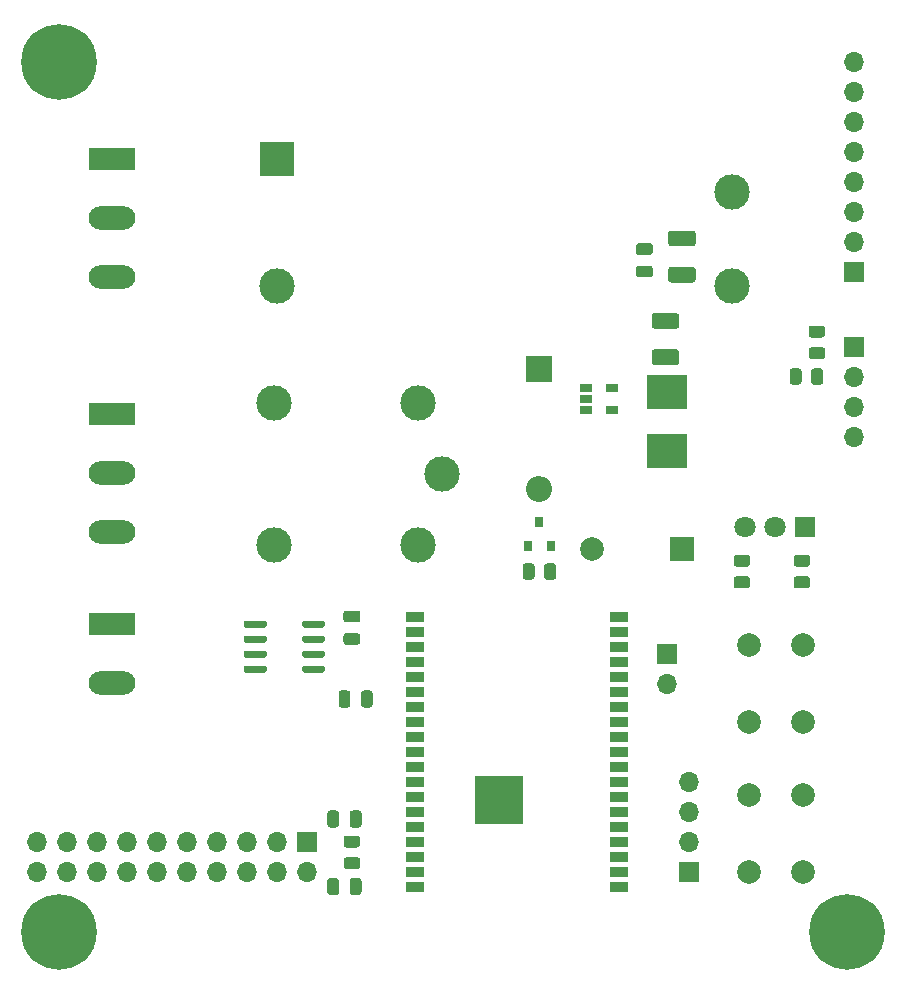
<source format=gbr>
%TF.GenerationSoftware,KiCad,Pcbnew,5.99.0+really5.1.9+dfsg1-1*%
%TF.CreationDate,2021-04-26T12:50:51+03:00*%
%TF.ProjectId,accessController,61636365-7373-4436-9f6e-74726f6c6c65,rev?*%
%TF.SameCoordinates,Original*%
%TF.FileFunction,Soldermask,Bot*%
%TF.FilePolarity,Negative*%
%FSLAX46Y46*%
G04 Gerber Fmt 4.6, Leading zero omitted, Abs format (unit mm)*
G04 Created by KiCad (PCBNEW 5.99.0+really5.1.9+dfsg1-1) date 2021-04-26 12:50:51*
%MOMM*%
%LPD*%
G01*
G04 APERTURE LIST*
%ADD10C,6.400000*%
%ADD11R,2.000000X2.000000*%
%ADD12C,2.000000*%
%ADD13R,2.200000X2.200000*%
%ADD14O,2.200000X2.200000*%
%ADD15R,1.800000X1.800000*%
%ADD16C,1.800000*%
%ADD17R,3.960000X1.980000*%
%ADD18O,3.960000X1.980000*%
%ADD19R,3.500000X3.000000*%
%ADD20C,3.000000*%
%ADD21R,3.000000X3.000000*%
%ADD22R,0.800000X0.900000*%
%ADD23R,1.060000X0.650000*%
%ADD24R,4.100000X4.100000*%
%ADD25R,1.500000X0.900000*%
%ADD26R,1.700000X1.700000*%
%ADD27O,1.700000X1.700000*%
G04 APERTURE END LIST*
D10*
%TO.C,REF\u002A\u002A*%
X152400000Y-123825000D03*
%TD*%
%TO.C,REF\u002A\u002A*%
X85725000Y-123825000D03*
%TD*%
%TO.C,REF\u002A\u002A*%
X85725000Y-50165000D03*
%TD*%
D11*
%TO.C,BZ1*%
X138430000Y-91440000D03*
D12*
X130830000Y-91440000D03*
%TD*%
%TO.C,C1*%
G36*
G01*
X110965000Y-97655000D02*
X110015000Y-97655000D01*
G75*
G02*
X109765000Y-97405000I0J250000D01*
G01*
X109765000Y-96905000D01*
G75*
G02*
X110015000Y-96655000I250000J0D01*
G01*
X110965000Y-96655000D01*
G75*
G02*
X111215000Y-96905000I0J-250000D01*
G01*
X111215000Y-97405000D01*
G75*
G02*
X110965000Y-97655000I-250000J0D01*
G01*
G37*
G36*
G01*
X110965000Y-99555000D02*
X110015000Y-99555000D01*
G75*
G02*
X109765000Y-99305000I0J250000D01*
G01*
X109765000Y-98805000D01*
G75*
G02*
X110015000Y-98555000I250000J0D01*
G01*
X110965000Y-98555000D01*
G75*
G02*
X111215000Y-98805000I0J-250000D01*
G01*
X111215000Y-99305000D01*
G75*
G02*
X110965000Y-99555000I-250000J0D01*
G01*
G37*
%TD*%
%TO.C,C2*%
G36*
G01*
X109360000Y-104615000D02*
X109360000Y-103665000D01*
G75*
G02*
X109610000Y-103415000I250000J0D01*
G01*
X110110000Y-103415000D01*
G75*
G02*
X110360000Y-103665000I0J-250000D01*
G01*
X110360000Y-104615000D01*
G75*
G02*
X110110000Y-104865000I-250000J0D01*
G01*
X109610000Y-104865000D01*
G75*
G02*
X109360000Y-104615000I0J250000D01*
G01*
G37*
G36*
G01*
X111260000Y-104615000D02*
X111260000Y-103665000D01*
G75*
G02*
X111510000Y-103415000I250000J0D01*
G01*
X112010000Y-103415000D01*
G75*
G02*
X112260000Y-103665000I0J-250000D01*
G01*
X112260000Y-104615000D01*
G75*
G02*
X112010000Y-104865000I-250000J0D01*
G01*
X111510000Y-104865000D01*
G75*
G02*
X111260000Y-104615000I0J250000D01*
G01*
G37*
%TD*%
%TO.C,C3*%
G36*
G01*
X137504999Y-64475000D02*
X139355001Y-64475000D01*
G75*
G02*
X139605000Y-64724999I0J-249999D01*
G01*
X139605000Y-65550001D01*
G75*
G02*
X139355001Y-65800000I-249999J0D01*
G01*
X137504999Y-65800000D01*
G75*
G02*
X137255000Y-65550001I0J249999D01*
G01*
X137255000Y-64724999D01*
G75*
G02*
X137504999Y-64475000I249999J0D01*
G01*
G37*
G36*
G01*
X137504999Y-67550000D02*
X139355001Y-67550000D01*
G75*
G02*
X139605000Y-67799999I0J-249999D01*
G01*
X139605000Y-68625001D01*
G75*
G02*
X139355001Y-68875000I-249999J0D01*
G01*
X137504999Y-68875000D01*
G75*
G02*
X137255000Y-68625001I0J249999D01*
G01*
X137255000Y-67799999D01*
G75*
G02*
X137504999Y-67550000I249999J0D01*
G01*
G37*
%TD*%
%TO.C,C4*%
G36*
G01*
X134780000Y-65545000D02*
X135730000Y-65545000D01*
G75*
G02*
X135980000Y-65795000I0J-250000D01*
G01*
X135980000Y-66295000D01*
G75*
G02*
X135730000Y-66545000I-250000J0D01*
G01*
X134780000Y-66545000D01*
G75*
G02*
X134530000Y-66295000I0J250000D01*
G01*
X134530000Y-65795000D01*
G75*
G02*
X134780000Y-65545000I250000J0D01*
G01*
G37*
G36*
G01*
X134780000Y-67445000D02*
X135730000Y-67445000D01*
G75*
G02*
X135980000Y-67695000I0J-250000D01*
G01*
X135980000Y-68195000D01*
G75*
G02*
X135730000Y-68445000I-250000J0D01*
G01*
X134780000Y-68445000D01*
G75*
G02*
X134530000Y-68195000I0J250000D01*
G01*
X134530000Y-67695000D01*
G75*
G02*
X134780000Y-67445000I250000J0D01*
G01*
G37*
%TD*%
%TO.C,C5*%
G36*
G01*
X111305000Y-113825000D02*
X111305000Y-114775000D01*
G75*
G02*
X111055000Y-115025000I-250000J0D01*
G01*
X110555000Y-115025000D01*
G75*
G02*
X110305000Y-114775000I0J250000D01*
G01*
X110305000Y-113825000D01*
G75*
G02*
X110555000Y-113575000I250000J0D01*
G01*
X111055000Y-113575000D01*
G75*
G02*
X111305000Y-113825000I0J-250000D01*
G01*
G37*
G36*
G01*
X109405000Y-113825000D02*
X109405000Y-114775000D01*
G75*
G02*
X109155000Y-115025000I-250000J0D01*
G01*
X108655000Y-115025000D01*
G75*
G02*
X108405000Y-114775000I0J250000D01*
G01*
X108405000Y-113825000D01*
G75*
G02*
X108655000Y-113575000I250000J0D01*
G01*
X109155000Y-113575000D01*
G75*
G02*
X109405000Y-113825000I0J-250000D01*
G01*
G37*
%TD*%
%TO.C,C6*%
G36*
G01*
X137958001Y-72785000D02*
X136107999Y-72785000D01*
G75*
G02*
X135858000Y-72535001I0J249999D01*
G01*
X135858000Y-71709999D01*
G75*
G02*
X136107999Y-71460000I249999J0D01*
G01*
X137958001Y-71460000D01*
G75*
G02*
X138208000Y-71709999I0J-249999D01*
G01*
X138208000Y-72535001D01*
G75*
G02*
X137958001Y-72785000I-249999J0D01*
G01*
G37*
G36*
G01*
X137958001Y-75860000D02*
X136107999Y-75860000D01*
G75*
G02*
X135858000Y-75610001I0J249999D01*
G01*
X135858000Y-74784999D01*
G75*
G02*
X136107999Y-74535000I249999J0D01*
G01*
X137958001Y-74535000D01*
G75*
G02*
X138208000Y-74784999I0J-249999D01*
G01*
X138208000Y-75610001D01*
G75*
G02*
X137958001Y-75860000I-249999J0D01*
G01*
G37*
%TD*%
%TO.C,C7*%
G36*
G01*
X109405000Y-119540000D02*
X109405000Y-120490000D01*
G75*
G02*
X109155000Y-120740000I-250000J0D01*
G01*
X108655000Y-120740000D01*
G75*
G02*
X108405000Y-120490000I0J250000D01*
G01*
X108405000Y-119540000D01*
G75*
G02*
X108655000Y-119290000I250000J0D01*
G01*
X109155000Y-119290000D01*
G75*
G02*
X109405000Y-119540000I0J-250000D01*
G01*
G37*
G36*
G01*
X111305000Y-119540000D02*
X111305000Y-120490000D01*
G75*
G02*
X111055000Y-120740000I-250000J0D01*
G01*
X110555000Y-120740000D01*
G75*
G02*
X110305000Y-120490000I0J250000D01*
G01*
X110305000Y-119540000D01*
G75*
G02*
X110555000Y-119290000I250000J0D01*
G01*
X111055000Y-119290000D01*
G75*
G02*
X111305000Y-119540000I0J-250000D01*
G01*
G37*
%TD*%
D13*
%TO.C,D1*%
X126365000Y-76200000D03*
D14*
X126365000Y-86360000D03*
%TD*%
D15*
%TO.C,D2*%
X148844000Y-89535000D03*
D16*
X146304000Y-89535000D03*
X143764000Y-89535000D03*
%TD*%
D17*
%TO.C,J1*%
X90170000Y-58420000D03*
D18*
X90170000Y-63420000D03*
X90170000Y-68420000D03*
%TD*%
%TO.C,J2*%
X90170000Y-90010000D03*
X90170000Y-85010000D03*
D17*
X90170000Y-80010000D03*
%TD*%
%TO.C,J3*%
X90170000Y-97790000D03*
D18*
X90170000Y-102790000D03*
%TD*%
D19*
%TO.C,L1*%
X137160000Y-83145000D03*
X137160000Y-78145000D03*
%TD*%
D20*
%TO.C,PS1*%
X142640000Y-69170000D03*
X104140000Y-69170000D03*
X142640000Y-61170000D03*
D21*
X104140000Y-58420000D03*
%TD*%
D22*
%TO.C,Q1*%
X127315000Y-91170000D03*
X125415000Y-91170000D03*
X126365000Y-89170000D03*
%TD*%
%TO.C,R1*%
G36*
G01*
X125965000Y-92894999D02*
X125965000Y-93795001D01*
G75*
G02*
X125715001Y-94045000I-249999J0D01*
G01*
X125189999Y-94045000D01*
G75*
G02*
X124940000Y-93795001I0J249999D01*
G01*
X124940000Y-92894999D01*
G75*
G02*
X125189999Y-92645000I249999J0D01*
G01*
X125715001Y-92645000D01*
G75*
G02*
X125965000Y-92894999I0J-249999D01*
G01*
G37*
G36*
G01*
X127790000Y-92894999D02*
X127790000Y-93795001D01*
G75*
G02*
X127540001Y-94045000I-249999J0D01*
G01*
X127014999Y-94045000D01*
G75*
G02*
X126765000Y-93795001I0J249999D01*
G01*
X126765000Y-92894999D01*
G75*
G02*
X127014999Y-92645000I249999J0D01*
G01*
X127540001Y-92645000D01*
G75*
G02*
X127790000Y-92894999I0J-249999D01*
G01*
G37*
%TD*%
%TO.C,R2*%
G36*
G01*
X110940001Y-118542500D02*
X110039999Y-118542500D01*
G75*
G02*
X109790000Y-118292501I0J249999D01*
G01*
X109790000Y-117767499D01*
G75*
G02*
X110039999Y-117517500I249999J0D01*
G01*
X110940001Y-117517500D01*
G75*
G02*
X111190000Y-117767499I0J-249999D01*
G01*
X111190000Y-118292501D01*
G75*
G02*
X110940001Y-118542500I-249999J0D01*
G01*
G37*
G36*
G01*
X110940001Y-116717500D02*
X110039999Y-116717500D01*
G75*
G02*
X109790000Y-116467501I0J249999D01*
G01*
X109790000Y-115942499D01*
G75*
G02*
X110039999Y-115692500I249999J0D01*
G01*
X110940001Y-115692500D01*
G75*
G02*
X111190000Y-115942499I0J-249999D01*
G01*
X111190000Y-116467501D01*
G75*
G02*
X110940001Y-116717500I-249999J0D01*
G01*
G37*
%TD*%
%TO.C,R3*%
G36*
G01*
X148139999Y-91920000D02*
X149040001Y-91920000D01*
G75*
G02*
X149290000Y-92169999I0J-249999D01*
G01*
X149290000Y-92695001D01*
G75*
G02*
X149040001Y-92945000I-249999J0D01*
G01*
X148139999Y-92945000D01*
G75*
G02*
X147890000Y-92695001I0J249999D01*
G01*
X147890000Y-92169999D01*
G75*
G02*
X148139999Y-91920000I249999J0D01*
G01*
G37*
G36*
G01*
X148139999Y-93745000D02*
X149040001Y-93745000D01*
G75*
G02*
X149290000Y-93994999I0J-249999D01*
G01*
X149290000Y-94520001D01*
G75*
G02*
X149040001Y-94770000I-249999J0D01*
G01*
X148139999Y-94770000D01*
G75*
G02*
X147890000Y-94520001I0J249999D01*
G01*
X147890000Y-93994999D01*
G75*
G02*
X148139999Y-93745000I249999J0D01*
G01*
G37*
%TD*%
%TO.C,R4*%
G36*
G01*
X143059999Y-93745000D02*
X143960001Y-93745000D01*
G75*
G02*
X144210000Y-93994999I0J-249999D01*
G01*
X144210000Y-94520001D01*
G75*
G02*
X143960001Y-94770000I-249999J0D01*
G01*
X143059999Y-94770000D01*
G75*
G02*
X142810000Y-94520001I0J249999D01*
G01*
X142810000Y-93994999D01*
G75*
G02*
X143059999Y-93745000I249999J0D01*
G01*
G37*
G36*
G01*
X143059999Y-91920000D02*
X143960001Y-91920000D01*
G75*
G02*
X144210000Y-92169999I0J-249999D01*
G01*
X144210000Y-92695001D01*
G75*
G02*
X143960001Y-92945000I-249999J0D01*
G01*
X143059999Y-92945000D01*
G75*
G02*
X142810000Y-92695001I0J249999D01*
G01*
X142810000Y-92169999D01*
G75*
G02*
X143059999Y-91920000I249999J0D01*
G01*
G37*
%TD*%
%TO.C,R5*%
G36*
G01*
X150310001Y-73537500D02*
X149409999Y-73537500D01*
G75*
G02*
X149160000Y-73287501I0J249999D01*
G01*
X149160000Y-72762499D01*
G75*
G02*
X149409999Y-72512500I249999J0D01*
G01*
X150310001Y-72512500D01*
G75*
G02*
X150560000Y-72762499I0J-249999D01*
G01*
X150560000Y-73287501D01*
G75*
G02*
X150310001Y-73537500I-249999J0D01*
G01*
G37*
G36*
G01*
X150310001Y-75362500D02*
X149409999Y-75362500D01*
G75*
G02*
X149160000Y-75112501I0J249999D01*
G01*
X149160000Y-74587499D01*
G75*
G02*
X149409999Y-74337500I249999J0D01*
G01*
X150310001Y-74337500D01*
G75*
G02*
X150560000Y-74587499I0J-249999D01*
G01*
X150560000Y-75112501D01*
G75*
G02*
X150310001Y-75362500I-249999J0D01*
G01*
G37*
%TD*%
%TO.C,R6*%
G36*
G01*
X150396000Y-76384999D02*
X150396000Y-77285001D01*
G75*
G02*
X150146001Y-77535000I-249999J0D01*
G01*
X149620999Y-77535000D01*
G75*
G02*
X149371000Y-77285001I0J249999D01*
G01*
X149371000Y-76384999D01*
G75*
G02*
X149620999Y-76135000I249999J0D01*
G01*
X150146001Y-76135000D01*
G75*
G02*
X150396000Y-76384999I0J-249999D01*
G01*
G37*
G36*
G01*
X148571000Y-76384999D02*
X148571000Y-77285001D01*
G75*
G02*
X148321001Y-77535000I-249999J0D01*
G01*
X147795999Y-77535000D01*
G75*
G02*
X147546000Y-77285001I0J249999D01*
G01*
X147546000Y-76384999D01*
G75*
G02*
X147795999Y-76135000I249999J0D01*
G01*
X148321001Y-76135000D01*
G75*
G02*
X148571000Y-76384999I0J-249999D01*
G01*
G37*
%TD*%
D12*
%TO.C,SW1*%
X144145000Y-112245000D03*
X148645000Y-112245000D03*
X144145000Y-118745000D03*
X148645000Y-118745000D03*
%TD*%
%TO.C,SW2*%
X148645000Y-106045000D03*
X144145000Y-106045000D03*
X148645000Y-99545000D03*
X144145000Y-99545000D03*
%TD*%
%TO.C,U1*%
G36*
G01*
X101325000Y-101750000D02*
X101325000Y-101450000D01*
G75*
G02*
X101475000Y-101300000I150000J0D01*
G01*
X103125000Y-101300000D01*
G75*
G02*
X103275000Y-101450000I0J-150000D01*
G01*
X103275000Y-101750000D01*
G75*
G02*
X103125000Y-101900000I-150000J0D01*
G01*
X101475000Y-101900000D01*
G75*
G02*
X101325000Y-101750000I0J150000D01*
G01*
G37*
G36*
G01*
X101325000Y-100480000D02*
X101325000Y-100180000D01*
G75*
G02*
X101475000Y-100030000I150000J0D01*
G01*
X103125000Y-100030000D01*
G75*
G02*
X103275000Y-100180000I0J-150000D01*
G01*
X103275000Y-100480000D01*
G75*
G02*
X103125000Y-100630000I-150000J0D01*
G01*
X101475000Y-100630000D01*
G75*
G02*
X101325000Y-100480000I0J150000D01*
G01*
G37*
G36*
G01*
X101325000Y-99210000D02*
X101325000Y-98910000D01*
G75*
G02*
X101475000Y-98760000I150000J0D01*
G01*
X103125000Y-98760000D01*
G75*
G02*
X103275000Y-98910000I0J-150000D01*
G01*
X103275000Y-99210000D01*
G75*
G02*
X103125000Y-99360000I-150000J0D01*
G01*
X101475000Y-99360000D01*
G75*
G02*
X101325000Y-99210000I0J150000D01*
G01*
G37*
G36*
G01*
X101325000Y-97940000D02*
X101325000Y-97640000D01*
G75*
G02*
X101475000Y-97490000I150000J0D01*
G01*
X103125000Y-97490000D01*
G75*
G02*
X103275000Y-97640000I0J-150000D01*
G01*
X103275000Y-97940000D01*
G75*
G02*
X103125000Y-98090000I-150000J0D01*
G01*
X101475000Y-98090000D01*
G75*
G02*
X101325000Y-97940000I0J150000D01*
G01*
G37*
G36*
G01*
X106275000Y-97940000D02*
X106275000Y-97640000D01*
G75*
G02*
X106425000Y-97490000I150000J0D01*
G01*
X108075000Y-97490000D01*
G75*
G02*
X108225000Y-97640000I0J-150000D01*
G01*
X108225000Y-97940000D01*
G75*
G02*
X108075000Y-98090000I-150000J0D01*
G01*
X106425000Y-98090000D01*
G75*
G02*
X106275000Y-97940000I0J150000D01*
G01*
G37*
G36*
G01*
X106275000Y-99210000D02*
X106275000Y-98910000D01*
G75*
G02*
X106425000Y-98760000I150000J0D01*
G01*
X108075000Y-98760000D01*
G75*
G02*
X108225000Y-98910000I0J-150000D01*
G01*
X108225000Y-99210000D01*
G75*
G02*
X108075000Y-99360000I-150000J0D01*
G01*
X106425000Y-99360000D01*
G75*
G02*
X106275000Y-99210000I0J150000D01*
G01*
G37*
G36*
G01*
X106275000Y-100480000D02*
X106275000Y-100180000D01*
G75*
G02*
X106425000Y-100030000I150000J0D01*
G01*
X108075000Y-100030000D01*
G75*
G02*
X108225000Y-100180000I0J-150000D01*
G01*
X108225000Y-100480000D01*
G75*
G02*
X108075000Y-100630000I-150000J0D01*
G01*
X106425000Y-100630000D01*
G75*
G02*
X106275000Y-100480000I0J150000D01*
G01*
G37*
G36*
G01*
X106275000Y-101750000D02*
X106275000Y-101450000D01*
G75*
G02*
X106425000Y-101300000I150000J0D01*
G01*
X108075000Y-101300000D01*
G75*
G02*
X108225000Y-101450000I0J-150000D01*
G01*
X108225000Y-101750000D01*
G75*
G02*
X108075000Y-101900000I-150000J0D01*
G01*
X106425000Y-101900000D01*
G75*
G02*
X106275000Y-101750000I0J150000D01*
G01*
G37*
%TD*%
D23*
%TO.C,U2*%
X130345000Y-79690000D03*
X130345000Y-78740000D03*
X130345000Y-77790000D03*
X132545000Y-77790000D03*
X132545000Y-79690000D03*
%TD*%
D24*
%TO.C,U3*%
X122980000Y-112715000D03*
D25*
X133085000Y-120015000D03*
X133085000Y-118745000D03*
X133085000Y-117475000D03*
X133085000Y-116205000D03*
X133085000Y-100965000D03*
X133085000Y-102235000D03*
X133085000Y-103505000D03*
X133085000Y-104775000D03*
X133085000Y-106045000D03*
X133085000Y-107315000D03*
X133085000Y-108585000D03*
X133085000Y-109855000D03*
X133085000Y-111125000D03*
X133085000Y-112395000D03*
X133085000Y-113665000D03*
X133085000Y-114935000D03*
X115835000Y-103505000D03*
X115835000Y-104775000D03*
X115835000Y-106045000D03*
X115835000Y-107315000D03*
X115835000Y-108585000D03*
X115835000Y-109855000D03*
X115835000Y-111125000D03*
X115835000Y-112395000D03*
X115835000Y-113665000D03*
X115835000Y-114935000D03*
X115835000Y-116205000D03*
X115835000Y-117475000D03*
X115835000Y-118745000D03*
X115835000Y-100965000D03*
X115835000Y-102235000D03*
X115835000Y-120015000D03*
X115835000Y-99695000D03*
X115835000Y-98425000D03*
X115835000Y-97155000D03*
X133085000Y-99695000D03*
X133085000Y-98425000D03*
X133085000Y-97155000D03*
%TD*%
D20*
%TO.C,K1*%
X116110000Y-79090000D03*
X103910000Y-79090000D03*
X103910000Y-91090000D03*
X116110000Y-91090000D03*
X118110000Y-85090000D03*
%TD*%
D26*
%TO.C,Brd1*%
X153035000Y-74295000D03*
D27*
X153035000Y-76835000D03*
X153035000Y-79375000D03*
X153035000Y-81915000D03*
%TD*%
D26*
%TO.C,J4*%
X106680000Y-116205000D03*
D27*
X106680000Y-118745000D03*
X104140000Y-116205000D03*
X104140000Y-118745000D03*
X101600000Y-116205000D03*
X101600000Y-118745000D03*
X99060000Y-116205000D03*
X99060000Y-118745000D03*
X96520000Y-116205000D03*
X96520000Y-118745000D03*
X93980000Y-116205000D03*
X93980000Y-118745000D03*
X91440000Y-116205000D03*
X91440000Y-118745000D03*
X88900000Y-116205000D03*
X88900000Y-118745000D03*
X86360000Y-116205000D03*
X86360000Y-118745000D03*
X83820000Y-116205000D03*
X83820000Y-118745000D03*
%TD*%
%TO.C,J5*%
X139065000Y-111125000D03*
X139065000Y-113665000D03*
X139065000Y-116205000D03*
D26*
X139065000Y-118745000D03*
%TD*%
%TO.C,JP1*%
X137160000Y-100330000D03*
D27*
X137160000Y-102870000D03*
%TD*%
D26*
%TO.C,RFID1*%
X153035000Y-67945000D03*
D27*
X153035000Y-65405000D03*
X153035000Y-62865000D03*
X153035000Y-60325000D03*
X153035000Y-57785000D03*
X153035000Y-55245000D03*
X153035000Y-52705000D03*
X153035000Y-50165000D03*
%TD*%
M02*

</source>
